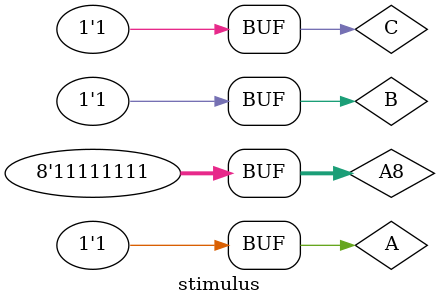
<source format=v>

module stimulus;

reg A, B, C;
reg [7:0] A8;
wire OA, OB;

//Not Not_tst(OA, A);
//And And_tst(OA, A, B);
//Or Or_tst(OA, A, B);
//DMux DMux_tst(OA, OB, A, B);
//Mux Mux_tst(OA, A, B, C);
//Or8Way Or8Way_tst(OA, A8);

initial
begin
  //$monitor($time, " A = %b, OUT = %b ", A, OA);
  //$monitor($time, " IN = %b, OUT = %b ", A8, OA);
  //$monitor($time, " A = %b, B = %b, OUT = %b ", A, B, OA);
  //$monitor($time, " A = %b, B = %b, OA = %b, OB = %b ", A, B, OA, OB);
  //$monitor($time, " A = %b, B = %b, C = %b, OUT = %b ", A, B, C, OA);
end

initial
begin
  A = 1'b0; B = 1'b0; C = 1'b0; A8 = 8'h00;
  #5 A = 1'b0; B = 1'b1; C = 1'b0; A8 = 8'h01;
  #5 A = 1'b1; B = 1'b0; C = 1'b0; A8 = 8'h0b;
  #5 A = 1'b1; B = 1'b1; C = 1'b0; A8 = 8'h0f;
  #5 A = 1'b0; B = 1'b0; C = 1'b1; A8 = 8'h10;
  #5 A = 1'b0; B = 1'b1; C = 1'b1; A8 = 8'h1f;
  #5 A = 1'b1; B = 1'b0; C = 1'b1; A8 = 8'hbf;
  #5 A = 1'b1; B = 1'b1; C = 1'b1; A8 = 8'hff;
end

endmodule

</source>
